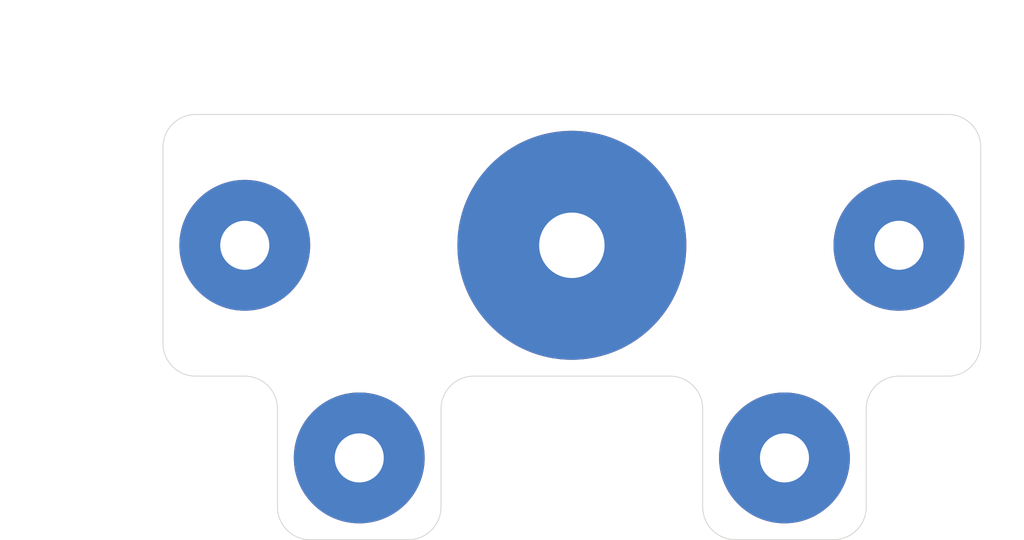
<source format=kicad_pcb>
(kicad_pcb (version 20171130) (host pcbnew 5.1.9+dfsg1-1)

  (general
    (thickness 1.6)
    (drawings 31)
    (tracks 0)
    (zones 0)
    (modules 5)
    (nets 2)
  )

  (page A4)
  (layers
    (0 F.Cu signal)
    (1 In1.Cu signal)
    (2 In2.Cu signal)
    (31 B.Cu signal)
    (32 B.Adhes user)
    (33 F.Adhes user)
    (34 B.Paste user)
    (35 F.Paste user)
    (36 B.SilkS user)
    (37 F.SilkS user)
    (38 B.Mask user)
    (39 F.Mask user)
    (40 Dwgs.User user)
    (41 Cmts.User user)
    (42 Eco1.User user)
    (43 Eco2.User user)
    (44 Edge.Cuts user)
    (45 Margin user)
    (46 B.CrtYd user)
    (47 F.CrtYd user)
    (48 B.Fab user)
    (49 F.Fab user)
  )

  (setup
    (last_trace_width 0.25)
    (trace_clearance 0.2)
    (zone_clearance 0.508)
    (zone_45_only no)
    (trace_min 0.2)
    (via_size 0.8)
    (via_drill 0.4)
    (via_min_size 0.4)
    (via_min_drill 0.3)
    (uvia_size 0.3)
    (uvia_drill 0.1)
    (uvias_allowed no)
    (uvia_min_size 0.2)
    (uvia_min_drill 0.1)
    (edge_width 0.05)
    (segment_width 0.2)
    (pcb_text_width 0.3)
    (pcb_text_size 1.5 1.5)
    (mod_edge_width 0.12)
    (mod_text_size 1 1)
    (mod_text_width 0.15)
    (pad_size 1.524 1.524)
    (pad_drill 0.762)
    (pad_to_mask_clearance 0)
    (aux_axis_origin 0 0)
    (visible_elements FFFFFF7F)
    (pcbplotparams
      (layerselection 0x010fc_ffffffff)
      (usegerberextensions false)
      (usegerberattributes true)
      (usegerberadvancedattributes true)
      (creategerberjobfile true)
      (excludeedgelayer true)
      (linewidth 0.100000)
      (plotframeref false)
      (viasonmask false)
      (mode 1)
      (useauxorigin false)
      (hpglpennumber 1)
      (hpglpenspeed 20)
      (hpglpendiameter 15.000000)
      (psnegative false)
      (psa4output false)
      (plotreference true)
      (plotvalue true)
      (plotinvisibletext false)
      (padsonsilk false)
      (subtractmaskfromsilk false)
      (outputformat 1)
      (mirror false)
      (drillshape 1)
      (scaleselection 1)
      (outputdirectory ""))
  )

  (net 0 "")
  (net 1 "Net-(J1-Pad1)")

  (net_class Default "This is the default net class."
    (clearance 0.2)
    (trace_width 0.25)
    (via_dia 0.8)
    (via_drill 0.4)
    (uvia_dia 0.3)
    (uvia_drill 0.1)
    (add_net "Net-(J1-Pad1)")
  )

  (module custom-footprints:m3-d8-mounting-hole (layer F.Cu) (tedit 63D220FC) (tstamp 63D28A49)
    (at 117 113)
    (path /63D2E106)
    (fp_text reference J1 (at 0 0.5) (layer F.SilkS) hide
      (effects (font (size 1 1) (thickness 0.15)))
    )
    (fp_text value BOLT_HOLE (at 0 -0.5) (layer F.Fab)
      (effects (font (size 1 1) (thickness 0.15)))
    )
    (pad 1 thru_hole circle (at 0 0) (size 8 8) (drill 3) (layers *.Cu *.Mask)
      (net 1 "Net-(J1-Pad1)"))
  )

  (module custom-footprints:m3-d8-mounting-hole (layer F.Cu) (tedit 63D220FC) (tstamp 63D28A4E)
    (at 110 100)
    (path /63D2FB2C)
    (fp_text reference J2 (at 0 0.5) (layer F.SilkS) hide
      (effects (font (size 1 1) (thickness 0.15)))
    )
    (fp_text value BOLT_HOLE (at 0 -0.5) (layer F.Fab)
      (effects (font (size 1 1) (thickness 0.15)))
    )
    (pad 1 thru_hole circle (at 0 0) (size 8 8) (drill 3) (layers *.Cu *.Mask)
      (net 1 "Net-(J1-Pad1)"))
  )

  (module custom-footprints:m3-d8-mounting-hole (layer F.Cu) (tedit 63D220FC) (tstamp 63D28A53)
    (at 150 100)
    (path /63D2FD39)
    (fp_text reference J3 (at 0 0.5) (layer F.SilkS) hide
      (effects (font (size 1 1) (thickness 0.15)))
    )
    (fp_text value BOLT_HOLE (at 0 -0.5) (layer F.Fab)
      (effects (font (size 1 1) (thickness 0.15)))
    )
    (pad 1 thru_hole circle (at 0 0) (size 8 8) (drill 3) (layers *.Cu *.Mask)
      (net 1 "Net-(J1-Pad1)"))
  )

  (module custom-footprints:m4-d14-nut-mounter-hole (layer F.Cu) (tedit 63D23A4B) (tstamp 63D28A58)
    (at 130 100)
    (path /63D2F161)
    (fp_text reference J4 (at 0 0.5) (layer F.SilkS) hide
      (effects (font (size 1 1) (thickness 0.15)))
    )
    (fp_text value CENTER_BOLT (at 0 -0.5) (layer F.Fab)
      (effects (font (size 1 1) (thickness 0.15)))
    )
    (pad 1 thru_hole circle (at 0 0) (size 14 14) (drill 4) (layers *.Cu *.Mask)
      (net 1 "Net-(J1-Pad1)"))
  )

  (module custom-footprints:m3-d8-mounting-hole (layer F.Cu) (tedit 63D220FC) (tstamp 63D316FF)
    (at 143 113)
    (path /63D321EE)
    (fp_text reference J5 (at 0 0.5) (layer F.SilkS) hide
      (effects (font (size 1 1) (thickness 0.15)))
    )
    (fp_text value BOLT_HOLE (at 0 -0.5) (layer F.Fab)
      (effects (font (size 1 1) (thickness 0.15)))
    )
    (pad 1 thru_hole circle (at 0 0) (size 8 8) (drill 3) (layers *.Cu *.Mask)
      (net 1 "Net-(J1-Pad1)"))
  )

  (gr_line (start 138 116) (end 138 110) (layer Edge.Cuts) (width 0.05) (tstamp 63D31938))
  (gr_line (start 122 116) (end 122 110) (layer Edge.Cuts) (width 0.05) (tstamp 63D31934))
  (gr_line (start 140 118) (end 146 118) (layer Edge.Cuts) (width 0.05) (tstamp 63D31931))
  (gr_line (start 114 118) (end 120 118) (layer Edge.Cuts) (width 0.05) (tstamp 63D3192E))
  (gr_arc (start 136 110) (end 138 110) (angle -90) (layer Edge.Cuts) (width 0.05))
  (gr_arc (start 124 110) (end 124 108) (angle -90) (layer Edge.Cuts) (width 0.05))
  (gr_arc (start 140 116) (end 138 116) (angle -90) (layer Edge.Cuts) (width 0.05))
  (gr_arc (start 120 116) (end 120 118) (angle -90) (layer Edge.Cuts) (width 0.05))
  (gr_line (start 124 108) (end 136 108) (layer Edge.Cuts) (width 0.05))
  (dimension 5 (width 0.15) (layer Dwgs.User)
    (gr_text "5.000 mm" (at 152.5 85.7) (layer Dwgs.User)
      (effects (font (size 1 1) (thickness 0.15)))
    )
    (feature1 (pts (xy 155 100) (xy 155 86.413579)))
    (feature2 (pts (xy 150 100) (xy 150 86.413579)))
    (crossbar (pts (xy 150 87) (xy 155 87)))
    (arrow1a (pts (xy 155 87) (xy 153.873496 87.586421)))
    (arrow1b (pts (xy 155 87) (xy 153.873496 86.413579)))
    (arrow2a (pts (xy 150 87) (xy 151.126504 87.586421)))
    (arrow2b (pts (xy 150 87) (xy 151.126504 86.413579)))
  )
  (dimension 5 (width 0.15) (layer Dwgs.User)
    (gr_text "5.000 mm" (at 107.5 85.7) (layer Dwgs.User)
      (effects (font (size 1 1) (thickness 0.15)))
    )
    (feature1 (pts (xy 105 100) (xy 105 86.413579)))
    (feature2 (pts (xy 110 100) (xy 110 86.413579)))
    (crossbar (pts (xy 110 87) (xy 105 87)))
    (arrow1a (pts (xy 105 87) (xy 106.126504 86.413579)))
    (arrow1b (pts (xy 105 87) (xy 106.126504 87.586421)))
    (arrow2a (pts (xy 110 87) (xy 108.873496 86.413579)))
    (arrow2b (pts (xy 110 87) (xy 108.873496 87.586421)))
  )
  (dimension 20 (width 0.15) (layer Dwgs.User)
    (gr_text "20.000 mm" (at 140 85.7) (layer Dwgs.User)
      (effects (font (size 1 1) (thickness 0.15)))
    )
    (feature1 (pts (xy 150 100) (xy 150 86.413579)))
    (feature2 (pts (xy 130 100) (xy 130 86.413579)))
    (crossbar (pts (xy 130 87) (xy 150 87)))
    (arrow1a (pts (xy 150 87) (xy 148.873496 87.586421)))
    (arrow1b (pts (xy 150 87) (xy 148.873496 86.413579)))
    (arrow2a (pts (xy 130 87) (xy 131.126504 87.586421)))
    (arrow2b (pts (xy 130 87) (xy 131.126504 86.413579)))
  )
  (dimension 20 (width 0.15) (layer Dwgs.User)
    (gr_text "20.000 mm" (at 120 85.7) (layer Dwgs.User)
      (effects (font (size 1 1) (thickness 0.15)))
    )
    (feature1 (pts (xy 110 100) (xy 110 86.413579)))
    (feature2 (pts (xy 130 100) (xy 130 86.413579)))
    (crossbar (pts (xy 130 87) (xy 110 87)))
    (arrow1a (pts (xy 110 87) (xy 111.126504 86.413579)))
    (arrow1b (pts (xy 110 87) (xy 111.126504 87.586421)))
    (arrow2a (pts (xy 130 87) (xy 128.873496 86.413579)))
    (arrow2b (pts (xy 130 87) (xy 128.873496 87.586421)))
  )
  (gr_arc (start 146 116) (end 146 118) (angle -90) (layer Edge.Cuts) (width 0.05))
  (gr_arc (start 114 116) (end 112 116) (angle -90) (layer Edge.Cuts) (width 0.05))
  (gr_arc (start 150 110) (end 150 108) (angle -90) (layer Edge.Cuts) (width 0.05))
  (gr_arc (start 110 110) (end 112 110) (angle -90) (layer Edge.Cuts) (width 0.05))
  (gr_line (start 112 110) (end 112 116) (layer Edge.Cuts) (width 0.05) (tstamp 63D28B0E))
  (gr_line (start 150 108) (end 153 108) (layer Edge.Cuts) (width 0.05) (tstamp 63D28B0F))
  (gr_line (start 148 116) (end 148 110) (layer Edge.Cuts) (width 0.05))
  (gr_line (start 107 108) (end 110 108) (layer Edge.Cuts) (width 0.05))
  (gr_line (start 155 94) (end 155 106) (layer Edge.Cuts) (width 0.05))
  (gr_line (start 105 106) (end 105 94) (layer Edge.Cuts) (width 0.05) (tstamp 63D28B09))
  (gr_arc (start 153 106) (end 153 108) (angle -90) (layer Edge.Cuts) (width 0.05))
  (gr_arc (start 107 106) (end 105 106) (angle -90) (layer Edge.Cuts) (width 0.05))
  (dimension 8 (width 0.15) (layer Dwgs.User)
    (gr_text "8.000 mm" (at 156.3 104 270) (layer Dwgs.User)
      (effects (font (size 1 1) (thickness 0.15)))
    )
    (feature1 (pts (xy 151 108) (xy 155.586421 108)))
    (feature2 (pts (xy 151 100) (xy 155.586421 100)))
    (crossbar (pts (xy 155 100) (xy 155 108)))
    (arrow1a (pts (xy 155 108) (xy 154.413579 106.873496)))
    (arrow1b (pts (xy 155 108) (xy 155.586421 106.873496)))
    (arrow2a (pts (xy 155 100) (xy 154.413579 101.126504)))
    (arrow2b (pts (xy 155 100) (xy 155.586421 101.126504)))
  )
  (dimension 8 (width 0.15) (layer Dwgs.User)
    (gr_text "8.000 mm" (at 98.7 104 270) (layer Dwgs.User)
      (effects (font (size 1 1) (thickness 0.15)))
    )
    (feature1 (pts (xy 106 108) (xy 99.413579 108)))
    (feature2 (pts (xy 106 100) (xy 99.413579 100)))
    (crossbar (pts (xy 100 100) (xy 100 108)))
    (arrow1a (pts (xy 100 108) (xy 99.413579 106.873496)))
    (arrow1b (pts (xy 100 108) (xy 100.586421 106.873496)))
    (arrow2a (pts (xy 100 100) (xy 99.413579 101.126504)))
    (arrow2b (pts (xy 100 100) (xy 100.586421 101.126504)))
  )
  (gr_line (start 107 92) (end 153 92) (layer Edge.Cuts) (width 0.05) (tstamp 63D28AE0))
  (gr_arc (start 153 94) (end 155 94) (angle -90) (layer Edge.Cuts) (width 0.05))
  (gr_arc (start 107 94) (end 107 92) (angle -90) (layer Edge.Cuts) (width 0.05))
  (dimension 5 (width 0.15) (layer Dwgs.User)
    (gr_text "5.000 mm" (at 152.3 102.5 270) (layer Dwgs.User)
      (effects (font (size 1 1) (thickness 0.15)))
    )
    (feature1 (pts (xy 117 105) (xy 151.586421 105)))
    (feature2 (pts (xy 117 100) (xy 151.586421 100)))
    (crossbar (pts (xy 151 100) (xy 151 105)))
    (arrow1a (pts (xy 151 105) (xy 150.413579 103.873496)))
    (arrow1b (pts (xy 151 105) (xy 151.586421 103.873496)))
    (arrow2a (pts (xy 151 100) (xy 150.413579 101.126504)))
    (arrow2b (pts (xy 151 100) (xy 151.586421 101.126504)))
  )

  (zone (net 1) (net_name "Net-(J1-Pad1)") (layer In1.Cu) (tstamp 63D31BF2) (hatch edge 0.508)
    (connect_pads (clearance 0.508))
    (min_thickness 0.254)
    (fill yes (arc_segments 32) (thermal_gap 0.508) (thermal_bridge_width 0.508))
    (polygon
      (pts
        (xy 155 118) (xy 105 118) (xy 105 92) (xy 155 92)
      )
    )
    (filled_polygon
      (pts
        (xy 127.225824 92.847193) (xy 125.883686 93.525847) (xy 125.593908 93.71947) (xy 124.777932 94.598326) (xy 130 99.820395)
        (xy 135.222068 94.598326) (xy 134.406092 93.71947) (xy 133.09616 92.980563) (xy 132.119812 92.66) (xy 152.967721 92.66)
        (xy 153.259659 92.688625) (xy 153.509429 92.764035) (xy 153.739792 92.886522) (xy 153.94198 93.051422) (xy 154.108286 93.25245)
        (xy 154.232378 93.481954) (xy 154.309531 93.731195) (xy 154.34 94.021089) (xy 154.34 98.324638) (xy 154.323975 98.269434)
        (xy 153.903275 97.459121) (xy 153.841185 97.366197) (xy 153.26958 96.910025) (xy 150.179605 100) (xy 153.26958 103.089975)
        (xy 153.841185 102.633803) (xy 154.281207 101.833817) (xy 154.340001 101.648053) (xy 154.340001 105.967711) (xy 154.311375 106.25966)
        (xy 154.235965 106.509429) (xy 154.113477 106.739794) (xy 153.948579 106.941979) (xy 153.747546 107.108288) (xy 153.518046 107.232378)
        (xy 153.268805 107.309531) (xy 152.978911 107.34) (xy 149.967581 107.34) (xy 149.938627 107.342852) (xy 149.926219 107.342765)
        (xy 149.917047 107.343665) (xy 149.528855 107.384466) (xy 149.470299 107.396486) (xy 149.411498 107.407702) (xy 149.402677 107.410366)
        (xy 149.029802 107.52579) (xy 148.974647 107.548975) (xy 148.919194 107.571379) (xy 148.911062 107.575704) (xy 148.911057 107.575706)
        (xy 148.911053 107.575709) (xy 148.567702 107.761357) (xy 148.518101 107.794813) (xy 148.468054 107.827563) (xy 148.460913 107.833387)
        (xy 148.160158 108.082194) (xy 148.118019 108.124629) (xy 148.075269 108.166492) (xy 148.069396 108.173593) (xy 147.822695 108.476077)
        (xy 147.789598 108.525893) (xy 147.755795 108.575259) (xy 147.751413 108.583365) (xy 147.568163 108.928007) (xy 147.545368 108.983313)
        (xy 147.521802 109.038296) (xy 147.519077 109.047099) (xy 147.406259 109.42077) (xy 147.394639 109.479458) (xy 147.382203 109.537961)
        (xy 147.38124 109.547126) (xy 147.34315 109.935595) (xy 147.34315 109.935608) (xy 147.340001 109.967581) (xy 147.340001 111.32464)
        (xy 147.323975 111.269434) (xy 146.903275 110.459121) (xy 146.841185 110.366197) (xy 146.26958 109.910025) (xy 143.179605 113)
        (xy 146.26958 116.089975) (xy 146.841185 115.633803) (xy 147.281207 114.833817) (xy 147.34 114.648054) (xy 147.34 115.967721)
        (xy 147.311375 116.25966) (xy 147.235965 116.509429) (xy 147.113477 116.739794) (xy 146.948579 116.941979) (xy 146.747546 117.108288)
        (xy 146.518046 117.232378) (xy 146.268805 117.309531) (xy 145.978911 117.34) (xy 144.675363 117.34) (xy 144.730566 117.323975)
        (xy 145.540879 116.903275) (xy 145.633803 116.841185) (xy 146.089975 116.26958) (xy 143 113.179605) (xy 139.910025 116.26958)
        (xy 140.366197 116.841185) (xy 141.166183 117.281207) (xy 141.351945 117.34) (xy 140.032279 117.34) (xy 139.74034 117.311375)
        (xy 139.490571 117.235965) (xy 139.260206 117.113477) (xy 139.058021 116.948579) (xy 138.891712 116.747546) (xy 138.767622 116.518046)
        (xy 138.690469 116.268805) (xy 138.66 115.978911) (xy 138.66 114.675363) (xy 138.676025 114.730566) (xy 139.096725 115.540879)
        (xy 139.158815 115.633803) (xy 139.73042 116.089975) (xy 142.820395 113) (xy 139.73042 109.910025) (xy 139.158815 110.366197)
        (xy 138.718793 111.166183) (xy 138.66 111.351945) (xy 138.66 109.967581) (xy 138.657148 109.938627) (xy 138.657235 109.926219)
        (xy 138.656335 109.917047) (xy 138.63672 109.73042) (xy 139.910025 109.73042) (xy 143 112.820395) (xy 146.089975 109.73042)
        (xy 145.633803 109.158815) (xy 144.833817 108.718793) (xy 143.963359 108.443296) (xy 143.055879 108.342909) (xy 142.146252 108.421492)
        (xy 141.269434 108.676025) (xy 140.459121 109.096725) (xy 140.366197 109.158815) (xy 139.910025 109.73042) (xy 138.63672 109.73042)
        (xy 138.615534 109.528855) (xy 138.603514 109.470299) (xy 138.592298 109.411498) (xy 138.589634 109.402677) (xy 138.47421 109.029802)
        (xy 138.451025 108.974647) (xy 138.428621 108.919194) (xy 138.424294 108.911058) (xy 138.424294 108.911057) (xy 138.424291 108.911053)
        (xy 138.238643 108.567702) (xy 138.205187 108.518101) (xy 138.172437 108.468054) (xy 138.166613 108.460913) (xy 137.917806 108.160158)
        (xy 137.875371 108.118019) (xy 137.833508 108.075269) (xy 137.826407 108.069396) (xy 137.523923 107.822695) (xy 137.474107 107.789598)
        (xy 137.424741 107.755795) (xy 137.416635 107.751413) (xy 137.071993 107.568163) (xy 137.016687 107.545368) (xy 136.961704 107.521802)
        (xy 136.952901 107.519077) (xy 136.57923 107.406259) (xy 136.520542 107.394639) (xy 136.462039 107.382203) (xy 136.452874 107.38124)
        (xy 136.064405 107.34315) (xy 136.064402 107.34315) (xy 136.032419 107.34) (xy 132.102528 107.34) (xy 132.774176 107.152807)
        (xy 134.116314 106.474153) (xy 134.406092 106.28053) (xy 135.222068 105.401674) (xy 130 100.179605) (xy 124.777932 105.401674)
        (xy 125.593908 106.28053) (xy 126.90384 107.019437) (xy 127.880188 107.34) (xy 123.967581 107.34) (xy 123.938627 107.342852)
        (xy 123.926219 107.342765) (xy 123.917047 107.343665) (xy 123.528855 107.384466) (xy 123.470299 107.396486) (xy 123.411498 107.407702)
        (xy 123.402677 107.410366) (xy 123.029802 107.52579) (xy 122.974647 107.548975) (xy 122.919194 107.571379) (xy 122.911062 107.575704)
        (xy 122.911057 107.575706) (xy 122.911053 107.575709) (xy 122.567702 107.761357) (xy 122.518101 107.794813) (xy 122.468054 107.827563)
        (xy 122.460913 107.833387) (xy 122.160158 108.082194) (xy 122.118019 108.124629) (xy 122.075269 108.166492) (xy 122.069396 108.173593)
        (xy 121.822695 108.476077) (xy 121.789598 108.525893) (xy 121.755795 108.575259) (xy 121.751413 108.583365) (xy 121.568163 108.928007)
        (xy 121.545368 108.983313) (xy 121.521802 109.038296) (xy 121.519077 109.047099) (xy 121.406259 109.42077) (xy 121.394639 109.479458)
        (xy 121.382203 109.537961) (xy 121.38124 109.547126) (xy 121.34315 109.935595) (xy 121.34315 109.935608) (xy 121.340001 109.967581)
        (xy 121.340001 111.32464) (xy 121.323975 111.269434) (xy 120.903275 110.459121) (xy 120.841185 110.366197) (xy 120.26958 109.910025)
        (xy 117.179605 113) (xy 120.26958 116.089975) (xy 120.841185 115.633803) (xy 121.281207 114.833817) (xy 121.34 114.648054)
        (xy 121.34 115.967721) (xy 121.311375 116.25966) (xy 121.235965 116.509429) (xy 121.113477 116.739794) (xy 120.948579 116.941979)
        (xy 120.747546 117.108288) (xy 120.518046 117.232378) (xy 120.268805 117.309531) (xy 119.978911 117.34) (xy 118.675363 117.34)
        (xy 118.730566 117.323975) (xy 119.540879 116.903275) (xy 119.633803 116.841185) (xy 120.089975 116.26958) (xy 117 113.179605)
        (xy 113.910025 116.26958) (xy 114.366197 116.841185) (xy 115.166183 117.281207) (xy 115.351945 117.34) (xy 114.032279 117.34)
        (xy 113.74034 117.311375) (xy 113.490571 117.235965) (xy 113.260206 117.113477) (xy 113.058021 116.948579) (xy 112.891712 116.747546)
        (xy 112.767622 116.518046) (xy 112.690469 116.268805) (xy 112.66 115.978911) (xy 112.66 114.675363) (xy 112.676025 114.730566)
        (xy 113.096725 115.540879) (xy 113.158815 115.633803) (xy 113.73042 116.089975) (xy 116.820395 113) (xy 113.73042 109.910025)
        (xy 113.158815 110.366197) (xy 112.718793 111.166183) (xy 112.66 111.351945) (xy 112.66 109.967581) (xy 112.657148 109.938627)
        (xy 112.657235 109.926219) (xy 112.656335 109.917047) (xy 112.63672 109.73042) (xy 113.910025 109.73042) (xy 117 112.820395)
        (xy 120.089975 109.73042) (xy 119.633803 109.158815) (xy 118.833817 108.718793) (xy 117.963359 108.443296) (xy 117.055879 108.342909)
        (xy 116.146252 108.421492) (xy 115.269434 108.676025) (xy 114.459121 109.096725) (xy 114.366197 109.158815) (xy 113.910025 109.73042)
        (xy 112.63672 109.73042) (xy 112.615534 109.528855) (xy 112.603514 109.470299) (xy 112.592298 109.411498) (xy 112.589634 109.402677)
        (xy 112.47421 109.029802) (xy 112.451025 108.974647) (xy 112.428621 108.919194) (xy 112.424294 108.911058) (xy 112.424294 108.911057)
        (xy 112.424291 108.911053) (xy 112.238643 108.567702) (xy 112.205187 108.518101) (xy 112.172437 108.468054) (xy 112.166613 108.460913)
        (xy 111.917806 108.160158) (xy 111.875371 108.118019) (xy 111.833508 108.075269) (xy 111.826407 108.069396) (xy 111.523923 107.822695)
        (xy 111.474107 107.789598) (xy 111.424741 107.755795) (xy 111.416635 107.751413) (xy 111.071993 107.568163) (xy 111.016687 107.545368)
        (xy 110.961704 107.521802) (xy 110.952901 107.519077) (xy 110.57923 107.406259) (xy 110.520542 107.394639) (xy 110.462039 107.382203)
        (xy 110.452874 107.38124) (xy 110.064405 107.34315) (xy 110.064402 107.34315) (xy 110.032419 107.34) (xy 107.032279 107.34)
        (xy 106.74034 107.311375) (xy 106.490571 107.235965) (xy 106.260206 107.113477) (xy 106.058021 106.948579) (xy 105.891712 106.747546)
        (xy 105.767622 106.518046) (xy 105.690469 106.268805) (xy 105.66 105.978911) (xy 105.66 103.26958) (xy 106.910025 103.26958)
        (xy 107.366197 103.841185) (xy 108.166183 104.281207) (xy 109.036641 104.556704) (xy 109.944121 104.657091) (xy 110.853748 104.578508)
        (xy 111.730566 104.323975) (xy 112.540879 103.903275) (xy 112.633803 103.841185) (xy 113.089975 103.26958) (xy 110 100.179605)
        (xy 106.910025 103.26958) (xy 105.66 103.26958) (xy 105.66 101.675363) (xy 105.676025 101.730566) (xy 106.096725 102.540879)
        (xy 106.158815 102.633803) (xy 106.73042 103.089975) (xy 109.820395 100) (xy 110.179605 100) (xy 113.26958 103.089975)
        (xy 113.841185 102.633803) (xy 114.281207 101.833817) (xy 114.556704 100.963359) (xy 114.657091 100.055879) (xy 114.63721 99.825743)
        (xy 122.330037 99.825743) (xy 122.443417 101.325428) (xy 122.847193 102.774176) (xy 123.525847 104.116314) (xy 123.71947 104.406092)
        (xy 124.598326 105.222068) (xy 129.820395 100) (xy 130.179605 100) (xy 135.401674 105.222068) (xy 136.28053 104.406092)
        (xy 136.921614 103.26958) (xy 146.910025 103.26958) (xy 147.366197 103.841185) (xy 148.166183 104.281207) (xy 149.036641 104.556704)
        (xy 149.944121 104.657091) (xy 150.853748 104.578508) (xy 151.730566 104.323975) (xy 152.540879 103.903275) (xy 152.633803 103.841185)
        (xy 153.089975 103.26958) (xy 150 100.179605) (xy 146.910025 103.26958) (xy 136.921614 103.26958) (xy 137.019437 103.09616)
        (xy 137.488591 101.667244) (xy 137.669963 100.174257) (xy 137.652565 99.944121) (xy 145.342909 99.944121) (xy 145.421492 100.853748)
        (xy 145.676025 101.730566) (xy 146.096725 102.540879) (xy 146.158815 102.633803) (xy 146.73042 103.089975) (xy 149.820395 100)
        (xy 146.73042 96.910025) (xy 146.158815 97.366197) (xy 145.718793 98.166183) (xy 145.443296 99.036641) (xy 145.342909 99.944121)
        (xy 137.652565 99.944121) (xy 137.556583 98.674572) (xy 137.152807 97.225824) (xy 136.902306 96.73042) (xy 146.910025 96.73042)
        (xy 150 99.820395) (xy 153.089975 96.73042) (xy 152.633803 96.158815) (xy 151.833817 95.718793) (xy 150.963359 95.443296)
        (xy 150.055879 95.342909) (xy 149.146252 95.421492) (xy 148.269434 95.676025) (xy 147.459121 96.096725) (xy 147.366197 96.158815)
        (xy 146.910025 96.73042) (xy 136.902306 96.73042) (xy 136.474153 95.883686) (xy 136.28053 95.593908) (xy 135.401674 94.777932)
        (xy 130.179605 100) (xy 129.820395 100) (xy 124.598326 94.777932) (xy 123.71947 95.593908) (xy 122.980563 96.90384)
        (xy 122.511409 98.332756) (xy 122.330037 99.825743) (xy 114.63721 99.825743) (xy 114.578508 99.146252) (xy 114.323975 98.269434)
        (xy 113.903275 97.459121) (xy 113.841185 97.366197) (xy 113.26958 96.910025) (xy 110.179605 100) (xy 109.820395 100)
        (xy 106.73042 96.910025) (xy 106.158815 97.366197) (xy 105.718793 98.166183) (xy 105.66 98.351945) (xy 105.66 96.73042)
        (xy 106.910025 96.73042) (xy 110 99.820395) (xy 113.089975 96.73042) (xy 112.633803 96.158815) (xy 111.833817 95.718793)
        (xy 110.963359 95.443296) (xy 110.055879 95.342909) (xy 109.146252 95.421492) (xy 108.269434 95.676025) (xy 107.459121 96.096725)
        (xy 107.366197 96.158815) (xy 106.910025 96.73042) (xy 105.66 96.73042) (xy 105.66 94.032279) (xy 105.688625 93.740341)
        (xy 105.764035 93.490571) (xy 105.886522 93.260208) (xy 106.051422 93.05802) (xy 106.25245 92.891714) (xy 106.481954 92.767622)
        (xy 106.731195 92.690469) (xy 107.021088 92.66) (xy 127.897472 92.66)
      )
    )
  )
  (zone (net 1) (net_name "Net-(J1-Pad1)") (layer In2.Cu) (tstamp 63D31BEF) (hatch edge 0.508)
    (connect_pads (clearance 0.508))
    (min_thickness 0.254)
    (fill yes (arc_segments 32) (thermal_gap 0.508) (thermal_bridge_width 0.508))
    (polygon
      (pts
        (xy 155 118) (xy 105 118) (xy 105 92) (xy 155 92)
      )
    )
    (filled_polygon
      (pts
        (xy 127.225824 92.847193) (xy 125.883686 93.525847) (xy 125.593908 93.71947) (xy 124.777932 94.598326) (xy 130 99.820395)
        (xy 135.222068 94.598326) (xy 134.406092 93.71947) (xy 133.09616 92.980563) (xy 132.119812 92.66) (xy 152.967721 92.66)
        (xy 153.259659 92.688625) (xy 153.509429 92.764035) (xy 153.739792 92.886522) (xy 153.94198 93.051422) (xy 154.108286 93.25245)
        (xy 154.232378 93.481954) (xy 154.309531 93.731195) (xy 154.34 94.021089) (xy 154.34 98.324638) (xy 154.323975 98.269434)
        (xy 153.903275 97.459121) (xy 153.841185 97.366197) (xy 153.26958 96.910025) (xy 150.179605 100) (xy 153.26958 103.089975)
        (xy 153.841185 102.633803) (xy 154.281207 101.833817) (xy 154.340001 101.648053) (xy 154.340001 105.967711) (xy 154.311375 106.25966)
        (xy 154.235965 106.509429) (xy 154.113477 106.739794) (xy 153.948579 106.941979) (xy 153.747546 107.108288) (xy 153.518046 107.232378)
        (xy 153.268805 107.309531) (xy 152.978911 107.34) (xy 149.967581 107.34) (xy 149.938627 107.342852) (xy 149.926219 107.342765)
        (xy 149.917047 107.343665) (xy 149.528855 107.384466) (xy 149.470299 107.396486) (xy 149.411498 107.407702) (xy 149.402677 107.410366)
        (xy 149.029802 107.52579) (xy 148.974647 107.548975) (xy 148.919194 107.571379) (xy 148.911062 107.575704) (xy 148.911057 107.575706)
        (xy 148.911053 107.575709) (xy 148.567702 107.761357) (xy 148.518101 107.794813) (xy 148.468054 107.827563) (xy 148.460913 107.833387)
        (xy 148.160158 108.082194) (xy 148.118019 108.124629) (xy 148.075269 108.166492) (xy 148.069396 108.173593) (xy 147.822695 108.476077)
        (xy 147.789598 108.525893) (xy 147.755795 108.575259) (xy 147.751413 108.583365) (xy 147.568163 108.928007) (xy 147.545368 108.983313)
        (xy 147.521802 109.038296) (xy 147.519077 109.047099) (xy 147.406259 109.42077) (xy 147.394639 109.479458) (xy 147.382203 109.537961)
        (xy 147.38124 109.547126) (xy 147.34315 109.935595) (xy 147.34315 109.935608) (xy 147.340001 109.967581) (xy 147.340001 111.32464)
        (xy 147.323975 111.269434) (xy 146.903275 110.459121) (xy 146.841185 110.366197) (xy 146.26958 109.910025) (xy 143.179605 113)
        (xy 146.26958 116.089975) (xy 146.841185 115.633803) (xy 147.281207 114.833817) (xy 147.34 114.648054) (xy 147.34 115.967721)
        (xy 147.311375 116.25966) (xy 147.235965 116.509429) (xy 147.113477 116.739794) (xy 146.948579 116.941979) (xy 146.747546 117.108288)
        (xy 146.518046 117.232378) (xy 146.268805 117.309531) (xy 145.978911 117.34) (xy 144.675363 117.34) (xy 144.730566 117.323975)
        (xy 145.540879 116.903275) (xy 145.633803 116.841185) (xy 146.089975 116.26958) (xy 143 113.179605) (xy 139.910025 116.26958)
        (xy 140.366197 116.841185) (xy 141.166183 117.281207) (xy 141.351945 117.34) (xy 140.032279 117.34) (xy 139.74034 117.311375)
        (xy 139.490571 117.235965) (xy 139.260206 117.113477) (xy 139.058021 116.948579) (xy 138.891712 116.747546) (xy 138.767622 116.518046)
        (xy 138.690469 116.268805) (xy 138.66 115.978911) (xy 138.66 114.675363) (xy 138.676025 114.730566) (xy 139.096725 115.540879)
        (xy 139.158815 115.633803) (xy 139.73042 116.089975) (xy 142.820395 113) (xy 139.73042 109.910025) (xy 139.158815 110.366197)
        (xy 138.718793 111.166183) (xy 138.66 111.351945) (xy 138.66 109.967581) (xy 138.657148 109.938627) (xy 138.657235 109.926219)
        (xy 138.656335 109.917047) (xy 138.63672 109.73042) (xy 139.910025 109.73042) (xy 143 112.820395) (xy 146.089975 109.73042)
        (xy 145.633803 109.158815) (xy 144.833817 108.718793) (xy 143.963359 108.443296) (xy 143.055879 108.342909) (xy 142.146252 108.421492)
        (xy 141.269434 108.676025) (xy 140.459121 109.096725) (xy 140.366197 109.158815) (xy 139.910025 109.73042) (xy 138.63672 109.73042)
        (xy 138.615534 109.528855) (xy 138.603514 109.470299) (xy 138.592298 109.411498) (xy 138.589634 109.402677) (xy 138.47421 109.029802)
        (xy 138.451025 108.974647) (xy 138.428621 108.919194) (xy 138.424294 108.911058) (xy 138.424294 108.911057) (xy 138.424291 108.911053)
        (xy 138.238643 108.567702) (xy 138.205187 108.518101) (xy 138.172437 108.468054) (xy 138.166613 108.460913) (xy 137.917806 108.160158)
        (xy 137.875371 108.118019) (xy 137.833508 108.075269) (xy 137.826407 108.069396) (xy 137.523923 107.822695) (xy 137.474107 107.789598)
        (xy 137.424741 107.755795) (xy 137.416635 107.751413) (xy 137.071993 107.568163) (xy 137.016687 107.545368) (xy 136.961704 107.521802)
        (xy 136.952901 107.519077) (xy 136.57923 107.406259) (xy 136.520542 107.394639) (xy 136.462039 107.382203) (xy 136.452874 107.38124)
        (xy 136.064405 107.34315) (xy 136.064402 107.34315) (xy 136.032419 107.34) (xy 132.102528 107.34) (xy 132.774176 107.152807)
        (xy 134.116314 106.474153) (xy 134.406092 106.28053) (xy 135.222068 105.401674) (xy 130 100.179605) (xy 124.777932 105.401674)
        (xy 125.593908 106.28053) (xy 126.90384 107.019437) (xy 127.880188 107.34) (xy 123.967581 107.34) (xy 123.938627 107.342852)
        (xy 123.926219 107.342765) (xy 123.917047 107.343665) (xy 123.528855 107.384466) (xy 123.470299 107.396486) (xy 123.411498 107.407702)
        (xy 123.402677 107.410366) (xy 123.029802 107.52579) (xy 122.974647 107.548975) (xy 122.919194 107.571379) (xy 122.911062 107.575704)
        (xy 122.911057 107.575706) (xy 122.911053 107.575709) (xy 122.567702 107.761357) (xy 122.518101 107.794813) (xy 122.468054 107.827563)
        (xy 122.460913 107.833387) (xy 122.160158 108.082194) (xy 122.118019 108.124629) (xy 122.075269 108.166492) (xy 122.069396 108.173593)
        (xy 121.822695 108.476077) (xy 121.789598 108.525893) (xy 121.755795 108.575259) (xy 121.751413 108.583365) (xy 121.568163 108.928007)
        (xy 121.545368 108.983313) (xy 121.521802 109.038296) (xy 121.519077 109.047099) (xy 121.406259 109.42077) (xy 121.394639 109.479458)
        (xy 121.382203 109.537961) (xy 121.38124 109.547126) (xy 121.34315 109.935595) (xy 121.34315 109.935608) (xy 121.340001 109.967581)
        (xy 121.340001 111.32464) (xy 121.323975 111.269434) (xy 120.903275 110.459121) (xy 120.841185 110.366197) (xy 120.26958 109.910025)
        (xy 117.179605 113) (xy 120.26958 116.089975) (xy 120.841185 115.633803) (xy 121.281207 114.833817) (xy 121.34 114.648054)
        (xy 121.34 115.967721) (xy 121.311375 116.25966) (xy 121.235965 116.509429) (xy 121.113477 116.739794) (xy 120.948579 116.941979)
        (xy 120.747546 117.108288) (xy 120.518046 117.232378) (xy 120.268805 117.309531) (xy 119.978911 117.34) (xy 118.675363 117.34)
        (xy 118.730566 117.323975) (xy 119.540879 116.903275) (xy 119.633803 116.841185) (xy 120.089975 116.26958) (xy 117 113.179605)
        (xy 113.910025 116.26958) (xy 114.366197 116.841185) (xy 115.166183 117.281207) (xy 115.351945 117.34) (xy 114.032279 117.34)
        (xy 113.74034 117.311375) (xy 113.490571 117.235965) (xy 113.260206 117.113477) (xy 113.058021 116.948579) (xy 112.891712 116.747546)
        (xy 112.767622 116.518046) (xy 112.690469 116.268805) (xy 112.66 115.978911) (xy 112.66 114.675363) (xy 112.676025 114.730566)
        (xy 113.096725 115.540879) (xy 113.158815 115.633803) (xy 113.73042 116.089975) (xy 116.820395 113) (xy 113.73042 109.910025)
        (xy 113.158815 110.366197) (xy 112.718793 111.166183) (xy 112.66 111.351945) (xy 112.66 109.967581) (xy 112.657148 109.938627)
        (xy 112.657235 109.926219) (xy 112.656335 109.917047) (xy 112.63672 109.73042) (xy 113.910025 109.73042) (xy 117 112.820395)
        (xy 120.089975 109.73042) (xy 119.633803 109.158815) (xy 118.833817 108.718793) (xy 117.963359 108.443296) (xy 117.055879 108.342909)
        (xy 116.146252 108.421492) (xy 115.269434 108.676025) (xy 114.459121 109.096725) (xy 114.366197 109.158815) (xy 113.910025 109.73042)
        (xy 112.63672 109.73042) (xy 112.615534 109.528855) (xy 112.603514 109.470299) (xy 112.592298 109.411498) (xy 112.589634 109.402677)
        (xy 112.47421 109.029802) (xy 112.451025 108.974647) (xy 112.428621 108.919194) (xy 112.424294 108.911058) (xy 112.424294 108.911057)
        (xy 112.424291 108.911053) (xy 112.238643 108.567702) (xy 112.205187 108.518101) (xy 112.172437 108.468054) (xy 112.166613 108.460913)
        (xy 111.917806 108.160158) (xy 111.875371 108.118019) (xy 111.833508 108.075269) (xy 111.826407 108.069396) (xy 111.523923 107.822695)
        (xy 111.474107 107.789598) (xy 111.424741 107.755795) (xy 111.416635 107.751413) (xy 111.071993 107.568163) (xy 111.016687 107.545368)
        (xy 110.961704 107.521802) (xy 110.952901 107.519077) (xy 110.57923 107.406259) (xy 110.520542 107.394639) (xy 110.462039 107.382203)
        (xy 110.452874 107.38124) (xy 110.064405 107.34315) (xy 110.064402 107.34315) (xy 110.032419 107.34) (xy 107.032279 107.34)
        (xy 106.74034 107.311375) (xy 106.490571 107.235965) (xy 106.260206 107.113477) (xy 106.058021 106.948579) (xy 105.891712 106.747546)
        (xy 105.767622 106.518046) (xy 105.690469 106.268805) (xy 105.66 105.978911) (xy 105.66 103.26958) (xy 106.910025 103.26958)
        (xy 107.366197 103.841185) (xy 108.166183 104.281207) (xy 109.036641 104.556704) (xy 109.944121 104.657091) (xy 110.853748 104.578508)
        (xy 111.730566 104.323975) (xy 112.540879 103.903275) (xy 112.633803 103.841185) (xy 113.089975 103.26958) (xy 110 100.179605)
        (xy 106.910025 103.26958) (xy 105.66 103.26958) (xy 105.66 101.675363) (xy 105.676025 101.730566) (xy 106.096725 102.540879)
        (xy 106.158815 102.633803) (xy 106.73042 103.089975) (xy 109.820395 100) (xy 110.179605 100) (xy 113.26958 103.089975)
        (xy 113.841185 102.633803) (xy 114.281207 101.833817) (xy 114.556704 100.963359) (xy 114.657091 100.055879) (xy 114.63721 99.825743)
        (xy 122.330037 99.825743) (xy 122.443417 101.325428) (xy 122.847193 102.774176) (xy 123.525847 104.116314) (xy 123.71947 104.406092)
        (xy 124.598326 105.222068) (xy 129.820395 100) (xy 130.179605 100) (xy 135.401674 105.222068) (xy 136.28053 104.406092)
        (xy 136.921614 103.26958) (xy 146.910025 103.26958) (xy 147.366197 103.841185) (xy 148.166183 104.281207) (xy 149.036641 104.556704)
        (xy 149.944121 104.657091) (xy 150.853748 104.578508) (xy 151.730566 104.323975) (xy 152.540879 103.903275) (xy 152.633803 103.841185)
        (xy 153.089975 103.26958) (xy 150 100.179605) (xy 146.910025 103.26958) (xy 136.921614 103.26958) (xy 137.019437 103.09616)
        (xy 137.488591 101.667244) (xy 137.669963 100.174257) (xy 137.652565 99.944121) (xy 145.342909 99.944121) (xy 145.421492 100.853748)
        (xy 145.676025 101.730566) (xy 146.096725 102.540879) (xy 146.158815 102.633803) (xy 146.73042 103.089975) (xy 149.820395 100)
        (xy 146.73042 96.910025) (xy 146.158815 97.366197) (xy 145.718793 98.166183) (xy 145.443296 99.036641) (xy 145.342909 99.944121)
        (xy 137.652565 99.944121) (xy 137.556583 98.674572) (xy 137.152807 97.225824) (xy 136.902306 96.73042) (xy 146.910025 96.73042)
        (xy 150 99.820395) (xy 153.089975 96.73042) (xy 152.633803 96.158815) (xy 151.833817 95.718793) (xy 150.963359 95.443296)
        (xy 150.055879 95.342909) (xy 149.146252 95.421492) (xy 148.269434 95.676025) (xy 147.459121 96.096725) (xy 147.366197 96.158815)
        (xy 146.910025 96.73042) (xy 136.902306 96.73042) (xy 136.474153 95.883686) (xy 136.28053 95.593908) (xy 135.401674 94.777932)
        (xy 130.179605 100) (xy 129.820395 100) (xy 124.598326 94.777932) (xy 123.71947 95.593908) (xy 122.980563 96.90384)
        (xy 122.511409 98.332756) (xy 122.330037 99.825743) (xy 114.63721 99.825743) (xy 114.578508 99.146252) (xy 114.323975 98.269434)
        (xy 113.903275 97.459121) (xy 113.841185 97.366197) (xy 113.26958 96.910025) (xy 110.179605 100) (xy 109.820395 100)
        (xy 106.73042 96.910025) (xy 106.158815 97.366197) (xy 105.718793 98.166183) (xy 105.66 98.351945) (xy 105.66 96.73042)
        (xy 106.910025 96.73042) (xy 110 99.820395) (xy 113.089975 96.73042) (xy 112.633803 96.158815) (xy 111.833817 95.718793)
        (xy 110.963359 95.443296) (xy 110.055879 95.342909) (xy 109.146252 95.421492) (xy 108.269434 95.676025) (xy 107.459121 96.096725)
        (xy 107.366197 96.158815) (xy 106.910025 96.73042) (xy 105.66 96.73042) (xy 105.66 94.032279) (xy 105.688625 93.740341)
        (xy 105.764035 93.490571) (xy 105.886522 93.260208) (xy 106.051422 93.05802) (xy 106.25245 92.891714) (xy 106.481954 92.767622)
        (xy 106.731195 92.690469) (xy 107.021088 92.66) (xy 127.897472 92.66)
      )
    )
  )
)

</source>
